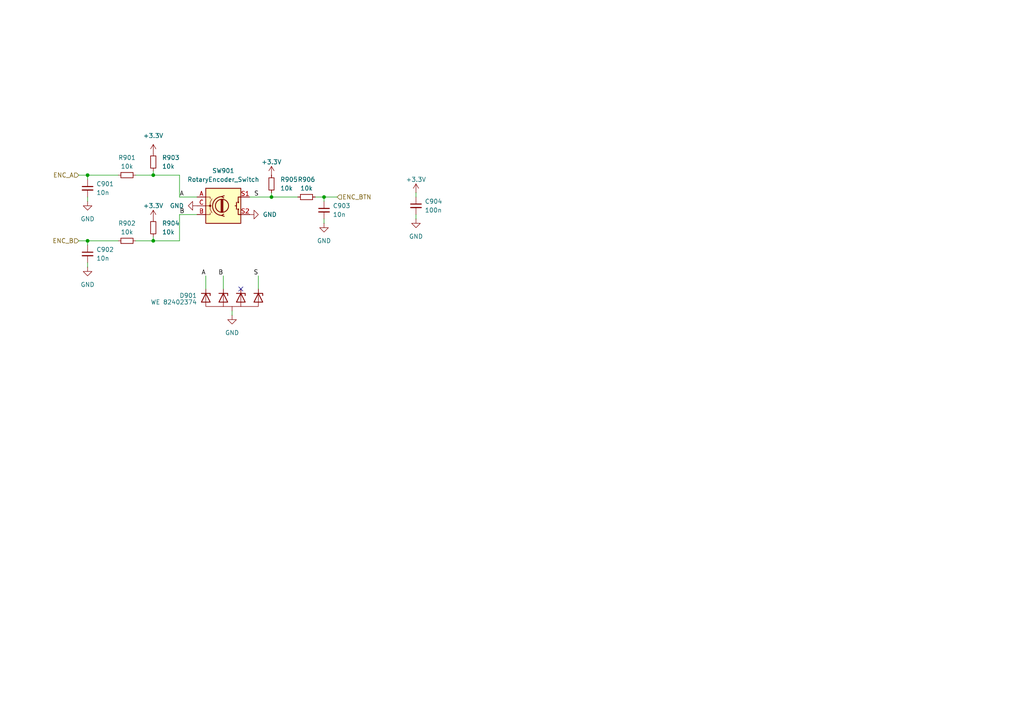
<source format=kicad_sch>
(kicad_sch (version 20231120) (generator "eeschema") (generator_version "8.0")
  (paper "A4")
  (lib_symbols
    (symbol "Device:C_Small" (pin_numbers hide) (pin_names (offset 0.254) hide)
      (property "Reference" "C" (at 0.254 1.778 0))
      (property "Value" "C_Small" (at 0.254 -2.032 0))
      (symbol "C_Small_0_1"
        (polyline (pts (xy -1.524 -0.508) (xy 1.524 -0.508)) (stroke (width 0.3302)))
        (polyline (pts (xy -1.524 0.508) (xy 1.524 0.508)) (stroke (width 0.3048)))
      )
      (symbol "C_Small_1_1"
        (pin passive line (at 0 2.54 270) (length 2.032) (name "~") (number "1"))
        (pin passive line (at 0 -2.54 90) (length 2.032) (name "~") (number "2"))
      )
    )
    (symbol "Device:R_Small" (pin_numbers hide) (pin_names (offset 0.254) hide)
      (property "Reference" "R" (at 0.762 0.508 0))
      (property "Value" "R_Small" (at 0.762 -1.016 0))
      (symbol "R_Small_0_1"
        (rectangle (start -0.762 1.778) (end 0.762 -1.778) (stroke (width 0.2032)))
      )
      (symbol "R_Small_1_1"
        (pin passive line (at 0 2.54 270) (length 0.762) (name "~") (number "1"))
        (pin passive line (at 0 -2.54 90) (length 0.762) (name "~") (number "2"))
      )
    )
    (symbol "Device:RotaryEncoder_Switch" (pin_names (offset 0.254) hide)
      (property "Reference" "SW" (at 0 6.604 0))
      (property "Value" "RotaryEncoder_Switch" (at 0 -6.604 0))
      (symbol "RotaryEncoder_Switch_0_1"
        (rectangle (start -5.08 5.08) (end 5.08 -5.08) (stroke (width 0.254)) (fill (type background)))
        (circle (center -3.81 0) (radius 0.254) (fill (type outline)))
        (circle (center -0.381 0) (radius 1.905) (stroke (width 0.254)))
        (arc (start -0.381 2.667) (mid -3.0988 -0.0635) (end -0.381 -2.794) (stroke (width 0.254)))
        (polyline (pts (xy -0.635 -1.778) (xy -0.635 1.778)) (stroke (width 0.254)))
        (polyline (pts (xy -0.381 -1.778) (xy -0.381 1.778)) (stroke (width 0.254)))
        (polyline (pts (xy -0.127 1.778) (xy -0.127 -1.778)) (stroke (width 0.254)))
        (polyline (pts (xy 3.81 0) (xy 3.429 0)) (stroke (width 0.254)))
        (polyline (pts (xy 3.81 1.016) (xy 3.81 -1.016)) (stroke (width 0.254)))
        (polyline (pts (xy -5.08 -2.54) (xy -3.81 -2.54) (xy -3.81 -2.032)))
        (polyline (pts (xy -5.08 2.54) (xy -3.81 2.54) (xy -3.81 2.032)))
        (polyline (pts (xy 0.254 -3.048) (xy -0.508 -2.794) (xy 0.127 -2.413)) (stroke (width 0.254)))
        (polyline (pts (xy 0.254 2.921) (xy -0.508 2.667) (xy 0.127 2.286)) (stroke (width 0.254)))
        (polyline (pts (xy 5.08 -2.54) (xy 4.318 -2.54) (xy 4.318 -1.016)) (stroke (width 0.254)))
        (polyline (pts (xy 5.08 2.54) (xy 4.318 2.54) (xy 4.318 1.016)) (stroke (width 0.254)))
        (polyline (pts (xy -5.08 0) (xy -3.81 0) (xy -3.81 -1.016) (xy -3.302 -2.032)))
        (polyline (pts (xy -4.318 0) (xy -3.81 0) (xy -3.81 1.016) (xy -3.302 2.032)))
        (circle (center 4.318 -1.016) (radius 0.127) (stroke (width 0.254)))
        (circle (center 4.318 1.016) (radius 0.127) (stroke (width 0.254)))
      )
      (symbol "RotaryEncoder_Switch_1_1"
        (pin passive line (at -7.62 2.54 0) (length 2.54) (name "A") (number "A"))
        (pin passive line (at -7.62 -2.54 0) (length 2.54) (name "B") (number "B"))
        (pin passive line (at -7.62 0 0) (length 2.54) (name "C") (number "C"))
        (pin passive line (at 7.62 2.54 180) (length 2.54) (name "S1") (number "S1"))
        (pin passive line (at 7.62 -2.54 180) (length 2.54) (name "S2") (number "S2"))
      )
    )
    (symbol "mylibs:D_TVS_Uni_x4"
      (property "Reference" "D" (at 0 8.128 0))
      (symbol "D_TVS_Uni_x4_0_1"
        (polyline (pts (xy -7.62 -1.27) (xy -7.62 -3.81)))
        (polyline (pts (xy -2.54 -1.27) (xy -2.54 -3.81)))
        (polyline (pts (xy -2.54 1.27) (xy 2.54 1.27)))
        (polyline (pts (xy 2.54 -1.27) (xy 2.54 -3.81)))
        (polyline (pts (xy 7.62 -1.27) (xy 7.62 -3.81)))
        (polyline (pts (xy -2.54 -1.27) (xy -2.54 1.27) (xy -7.62 1.27) (xy -7.62 -1.27)))
        (polyline (pts (xy 7.62 -1.27) (xy 7.62 1.27) (xy 2.54 1.27) (xy 2.54 -1.27)))
      )
      (symbol "D_TVS_Uni_x4_1_1"
        (polyline (pts (xy -8.89 -1.905) (xy -8.89 -2.54) (xy -6.35 -2.54)) (stroke (width 0.254)))
        (polyline (pts (xy -3.81 -1.905) (xy -3.81 -2.54) (xy -1.27 -2.54)) (stroke (width 0.254)))
        (polyline (pts (xy 1.27 -1.905) (xy 1.27 -2.54) (xy 3.81 -2.54)) (stroke (width 0.254)))
        (polyline (pts (xy 6.35 -1.905) (xy 6.35 -2.54) (xy 8.89 -2.54)) (stroke (width 0.254)))
        (polyline (pts (xy -7.62 -2.54) (xy -8.89 0) (xy -6.35 0) (xy -7.62 -2.54)) (stroke (width 0.254)))
        (polyline (pts (xy -2.54 -2.54) (xy -3.81 0) (xy -1.27 0) (xy -2.54 -2.54)) (stroke (width 0.254)))
        (polyline (pts (xy 2.54 -2.54) (xy 1.27 0) (xy 3.81 0) (xy 2.54 -2.54)) (stroke (width 0.254)))
        (polyline (pts (xy 7.62 -2.54) (xy 6.35 0) (xy 8.89 0) (xy 7.62 -2.54)) (stroke (width 0.254)))
        (pin passive line (at -7.62 -3.81 90) (length 1.27) (name "I/O") (number "1"))
        (pin passive line (at 0 2.54 270) (length 1.27) (name "GND") (number "2"))
        (pin passive line (at -2.54 -3.81 90) (length 1.27) (name "I/O") (number "3"))
        (pin passive line (at 2.54 -3.81 90) (length 1.27) (name "I/O") (number "4"))
        (pin passive line (at 7.62 -3.81 90) (length 1.27) (name "I/O") (number "5"))
      )
    )
    (symbol "power:+3.3V" (power) (pin_numbers hide) (pin_names (offset 0) hide)
      (property "Value" "+3.3V" (at 0 3.556 0))
      (symbol "+3.3V_0_1"
        (polyline (pts (xy -0.762 1.27) (xy 0 2.54)))
        (polyline (pts (xy 0 0) (xy 0 2.54)))
        (polyline (pts (xy 0 2.54) (xy 0.762 1.27)))
      )
      (symbol "+3.3V_1_1"
        (pin power_in line (at 0 0 90) (length 0) (name "~") (number "1"))
      )
    )
    (symbol "power:GND" (power) (pin_numbers hide) (pin_names (offset 0) hide)
      (property "Value" "GND" (at 0 -3.81 0))
      (symbol "GND_0_1"
        (polyline (pts (xy 0 0) (xy 0 -1.27) (xy 1.27 -1.27) (xy 0 -2.54) (xy -1.27 -1.27) (xy 0 -1.27)))
      )
      (symbol "GND_1_1"
        (pin power_in line (at 0 0 270) (length 0) (name "~") (number "1"))
      )
    )
  )
  (junction (at 44.45 69.85))
  (junction (at 93.98 57.15))
  (junction (at 44.45 50.8))
  (junction (at 25.4 50.8))
  (junction (at 78.74 57.15))
  (junction (at 25.4 69.85))
  (no_connect (at 69.85 83.82))
  (wire (pts (xy 25.4 50.8) (xy 34.29 50.8)))
  (wire (pts (xy 25.4 57.15) (xy 25.4 58.42)))
  (wire (pts (xy 78.74 55.88) (xy 78.74 57.15)))
  (wire (pts (xy 64.77 80.01) (xy 64.77 83.82)))
  (wire (pts (xy 93.98 57.15) (xy 93.98 58.42)))
  (wire (pts (xy 44.45 68.58) (xy 44.45 69.85)))
  (wire (pts (xy 25.4 69.85) (xy 25.4 71.12)))
  (wire (pts (xy 52.07 69.85) (xy 44.45 69.85)))
  (wire (pts (xy 93.98 63.5) (xy 93.98 64.77)))
  (wire (pts (xy 52.07 57.15) (xy 57.15 57.15)))
  (wire (pts (xy 59.69 80.01) (xy 59.69 83.82)))
  (wire (pts (xy 22.86 69.85) (xy 25.4 69.85)))
  (wire (pts (xy 93.98 57.15) (xy 97.79 57.15)))
  (wire (pts (xy 120.65 62.23) (xy 120.65 63.5)))
  (wire (pts (xy 52.07 62.23) (xy 57.15 62.23)))
  (wire (pts (xy 74.93 80.01) (xy 74.93 83.82)))
  (wire (pts (xy 52.07 62.23) (xy 52.07 69.85)))
  (wire (pts (xy 91.44 57.15) (xy 93.98 57.15)))
  (wire (pts (xy 22.86 50.8) (xy 25.4 50.8)))
  (wire (pts (xy 120.65 55.88) (xy 120.65 57.15)))
  (wire (pts (xy 72.39 57.15) (xy 78.74 57.15)))
  (wire (pts (xy 39.37 50.8) (xy 44.45 50.8)))
  (wire (pts (xy 25.4 50.8) (xy 25.4 52.07)))
  (wire (pts (xy 44.45 49.53) (xy 44.45 50.8)))
  (wire (pts (xy 25.4 76.2) (xy 25.4 77.47)))
  (wire (pts (xy 67.31 90.17) (xy 67.31 91.44)))
  (wire (pts (xy 44.45 69.85) (xy 39.37 69.85)))
  (wire (pts (xy 78.74 57.15) (xy 86.36 57.15)))
  (wire (pts (xy 52.07 50.8) (xy 52.07 57.15)))
  (wire (pts (xy 25.4 69.85) (xy 34.29 69.85)))
  (wire (pts (xy 44.45 50.8) (xy 52.07 50.8)))
  (label "S" (at 73.66 57.15 0))
  (label "S" (at 74.93 80.01 180))
  (label "B" (at 52.07 62.23 0))
  (label "B" (at 64.77 80.01 180))
  (label "A" (at 52.07 57.15 0))
  (label "A" (at 59.69 80.01 180))
  (hierarchical_label "ENC_A" (shape input) (at 22.86 50.8 180))
  (hierarchical_label "ENC_B" (shape input) (at 22.86 69.85 180))
  (hierarchical_label "ENC_BTN" (shape input) (at 97.79 57.15 0))
  (symbol (lib_id "power:GND") (at 93.98 64.77 0) (unit 1)
    (property "Reference" "#PWR0909" (effects (hide yes)))
    (property "Value" "GND" (at 93.98 69.85 0))
    (property "Description" "Power symbol creates a global label with name \"GND\" , ground" (effects (hide yes)))
  )
  (symbol (lib_id "power:GND") (at 67.31 91.44 0) (unit 1)
    (property "Reference" "#PWR0906" (effects (hide yes)))
    (property "Value" "GND" (at 67.31 96.52 0))
    (property "Description" "Power symbol creates a global label with name \"GND\" , ground" (effects (hide yes)))
  )
  (symbol (lib_id "Device:C_Small") (at 120.65 59.69 0) (unit 1)
    (property "Reference" "C904" (at 123.19 58.4262 0) (effects (justify left)))
    (property "Value" "100n" (at 123.19 60.9662 0) (effects (justify left)))
    (property "Footprint" "Capacitor_SMD:C_0402_1005Metric" (effects (hide yes)))
    (property "Description" "Unpolarized capacitor, small symbol" (effects (hide yes)))
  )
  (symbol (lib_id "power:+3.3V") (at 44.45 63.5 0) (unit 1)
    (property "Reference" "#PWR0904" (effects (hide yes)))
    (property "Value" "+3.3V" (at 44.45 59.69 0))
    (property "Description" "Power symbol creates a global label with name \"+3.3V\"" (effects (hide yes)))
  )
  (symbol (lib_id "Device:C_Small") (at 93.98 60.96 0) (unit 1)
    (property "Reference" "C903" (at 96.52 59.6962 0) (effects (justify left)))
    (property "Value" "10n" (at 96.52 62.2362 0) (effects (justify left)))
    (property "Footprint" "Capacitor_SMD:C_0402_1005Metric" (effects (hide yes)))
    (property "Description" "Unpolarized capacitor, small symbol" (effects (hide yes)))
  )
  (symbol (lib_id "power:GND") (at 25.4 77.47 0) (unit 1)
    (property "Reference" "#PWR0902" (effects (hide yes)))
    (property "Value" "GND" (at 25.4 82.55 0))
    (property "Description" "Power symbol creates a global label with name \"GND\" , ground" (effects (hide yes)))
  )
  (symbol (lib_id "Device:R_Small") (at 36.83 50.8 90) (unit 1)
    (property "Reference" "R901" (at 36.83 45.72 90))
    (property "Value" "10k" (at 36.83 48.26 90))
    (property "Footprint" "Resistor_SMD:R_0402_1005Metric" (effects (hide yes)))
    (property "Description" "Resistor, small symbol" (effects (hide yes)))
  )
  (symbol (lib_id "Device:R_Small") (at 44.45 66.04 0) (unit 1)
    (property "Reference" "R904" (at 46.99 64.7699 0) (effects (justify left)))
    (property "Value" "10k" (at 46.99 67.3099 0) (effects (justify left)))
    (property "Footprint" "Resistor_SMD:R_0402_1005Metric" (effects (hide yes)))
    (property "Description" "Resistor, small symbol" (effects (hide yes)))
  )
  (symbol (lib_id "mylibs:D_TVS_Uni_x4") (at 67.31 87.63 180) (unit 1)
    (property "Reference" "D901" (at 57.15 85.7249 0) (effects (justify left)))
    (property "Value" "WE 82402374" (at 57.15 87.63 0) (effects (justify left)))
    (property "Footprint" "Library:SC70-5L" (effects (hide yes)))
    (property "Datasheet" "https://www.we-online.com/components/products/datasheet/82402374.pdf" (effects (hide yes)))
    (property "Description" "TVS 5V x4" (effects (hide yes)))
    (property "MPN" "WE 82402374" (effects (hide yes)))
  )
  (symbol (lib_id "Device:C_Small") (at 25.4 54.61 0) (unit 1)
    (property "Reference" "C901" (at 27.94 53.3462 0) (effects (justify left)))
    (property "Value" "10n" (at 27.94 55.8862 0) (effects (justify left)))
    (property "Footprint" "Capacitor_SMD:C_0402_1005Metric" (effects (hide yes)))
    (property "Description" "Unpolarized capacitor, small symbol" (effects (hide yes)))
  )
  (symbol (lib_id "power:GND") (at 72.39 62.23 90) (unit 1)
    (property "Reference" "#PWR0907" (effects (hide yes)))
    (property "Value" "GND" (at 76.2 62.2299 90) (effects (justify right)))
    (property "Description" "Power symbol creates a global label with name \"GND\" , ground" (effects (hide yes)))
  )
  (symbol (lib_id "power:GND") (at 120.65 63.5 0) (unit 1)
    (property "Reference" "#PWR0911" (effects (hide yes)))
    (property "Value" "GND" (at 120.65 68.58 0))
    (property "Description" "Power symbol creates a global label with name \"GND\" , ground" (effects (hide yes)))
  )
  (symbol (lib_id "Device:C_Small") (at 25.4 73.66 0) (unit 1)
    (property "Reference" "C902" (at 27.94 72.3962 0) (effects (justify left)))
    (property "Value" "10n" (at 27.94 74.9362 0) (effects (justify left)))
    (property "Footprint" "Capacitor_SMD:C_0402_1005Metric" (effects (hide yes)))
    (property "Description" "Unpolarized capacitor, small symbol" (effects (hide yes)))
  )
  (symbol (lib_id "Device:RotaryEncoder_Switch") (at 64.77 59.69 0) (unit 1)
    (property "Reference" "SW901" (at 64.77 49.53 0))
    (property "Value" "RotaryEncoder_Switch" (at 64.77 52.07 0))
    (property "Footprint" "Library:482016514001_Mechanical_Incremental_Encoder_Switch" (effects (hide yes)))
    (property "Datasheet" "https://www.we-online.com/components/products/datasheet/482016514001.pdf" (effects (hide yes)))
    (property "Description" "Rotary encoder, dual channel, incremental quadrate outputs, with switch" (effects (hide yes)))
    (property "MPN" "WE 482016514001" (effects (hide yes)))
  )
  (symbol (lib_id "power:+3.3V") (at 44.45 44.45 0) (unit 1)
    (property "Reference" "#PWR0903" (effects (hide yes)))
    (property "Value" "+3.3V" (at 44.45 39.37 0))
    (property "Description" "Power symbol creates a global label with name \"+3.3V\"" (effects (hide yes)))
  )
  (symbol (lib_id "power:GND") (at 25.4 58.42 0) (unit 1)
    (property "Reference" "#PWR0901" (effects (hide yes)))
    (property "Value" "GND" (at 25.4 63.5 0))
    (property "Description" "Power symbol creates a global label with name \"GND\" , ground" (effects (hide yes)))
  )
  (symbol (lib_id "power:+3.3V") (at 78.74 50.8 0) (unit 1)
    (property "Reference" "#PWR0908" (effects (hide yes)))
    (property "Value" "+3.3V" (at 78.74 46.99 0))
    (property "Description" "Power symbol creates a global label with name \"+3.3V\"" (effects (hide yes)))
  )
  (symbol (lib_id "power:GND") (at 57.15 59.69 270) (unit 1)
    (property "Reference" "#PWR0905" (effects (hide yes)))
    (property "Value" "GND" (at 53.34 59.6899 90) (effects (justify right)))
    (property "Description" "Power symbol creates a global label with name \"GND\" , ground" (effects (hide yes)))
  )
  (symbol (lib_id "Device:R_Small") (at 36.83 69.85 90) (unit 1)
    (property "Reference" "R902" (at 36.83 64.77 90))
    (property "Value" "10k" (at 36.83 67.31 90))
    (property "Footprint" "Resistor_SMD:R_0402_1005Metric" (effects (hide yes)))
    (property "Description" "Resistor, small symbol" (effects (hide yes)))
  )
  (symbol (lib_id "Device:R_Small") (at 44.45 46.99 0) (unit 1)
    (property "Reference" "R903" (at 46.99 45.7199 0) (effects (justify left)))
    (property "Value" "10k" (at 46.99 48.2599 0) (effects (justify left)))
    (property "Footprint" "Resistor_SMD:R_0402_1005Metric" (effects (hide yes)))
    (property "Description" "Resistor, small symbol" (effects (hide yes)))
  )
  (symbol (lib_id "Device:R_Small") (at 88.9 57.15 90) (unit 1)
    (property "Reference" "R906" (at 88.9 52.07 90))
    (property "Value" "10k" (at 88.9 54.61 90))
    (property "Footprint" "Resistor_SMD:R_0402_1005Metric" (effects (hide yes)))
    (property "Description" "Resistor, small symbol" (effects (hide yes)))
  )
  (symbol (lib_id "Device:R_Small") (at 78.74 53.34 0) (unit 1)
    (property "Reference" "R905" (at 81.28 52.0699 0) (effects (justify left)))
    (property "Value" "10k" (at 81.28 54.6099 0) (effects (justify left)))
    (property "Footprint" "Resistor_SMD:R_0402_1005Metric" (effects (hide yes)))
    (property "Description" "Resistor, small symbol" (effects (hide yes)))
  )
  (symbol (lib_id "power:+3.3V") (at 120.65 55.88 0) (unit 1)
    (property "Reference" "#PWR0910" (effects (hide yes)))
    (property "Value" "+3.3V" (at 120.65 52.07 0))
    (property "Description" "Power symbol creates a global label with name \"+3.3V\"" (effects (hide yes)))
  )
)
</source>
